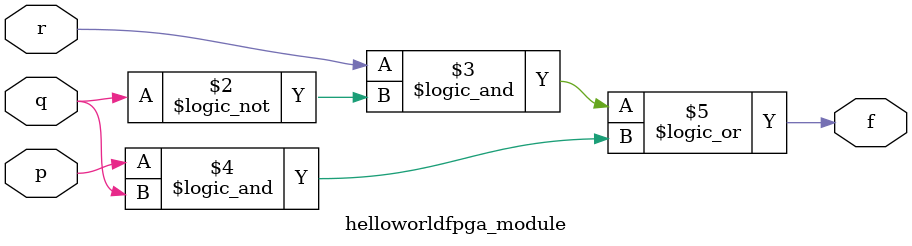
<source format=v>
module helloworldfpga_module (
  input wire p,
  input wire q,
  input wire r,
  output wire f
);
  always @(*)
  begin
    f = (r && !q) || (p && q);
  end
endmodule

</source>
